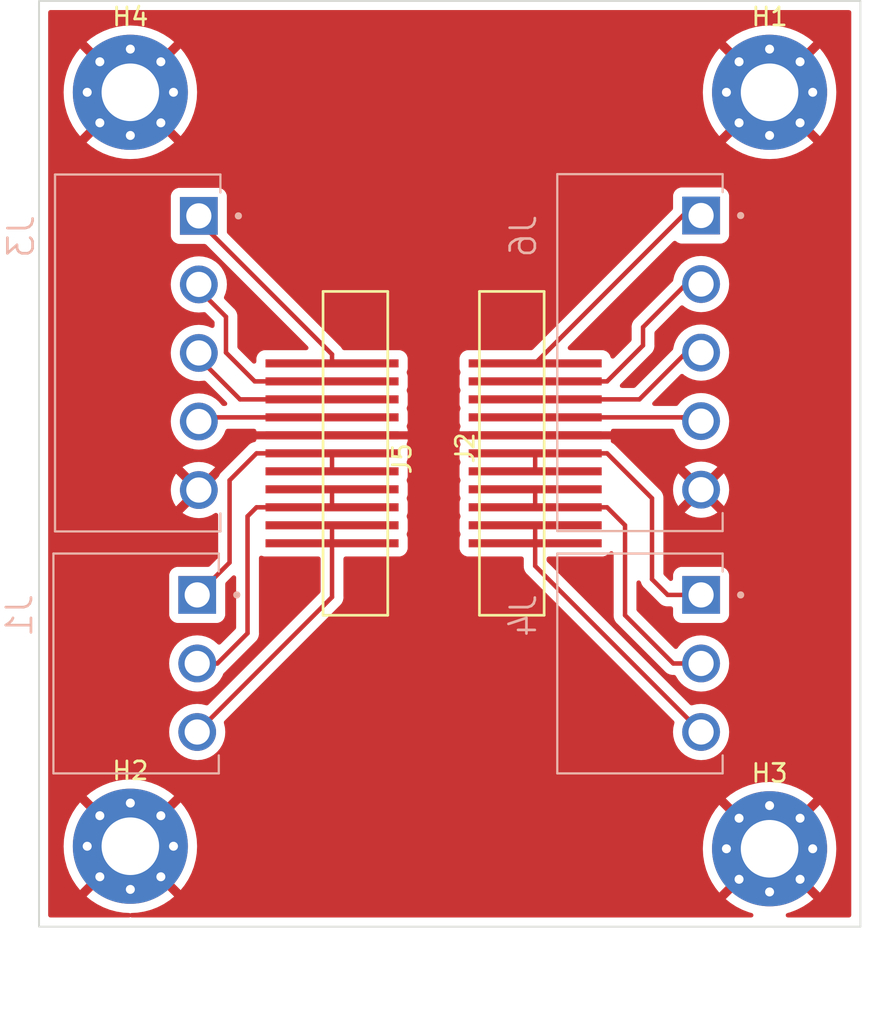
<source format=kicad_pcb>
(kicad_pcb (version 20211014) (generator pcbnew)
  (layers (0 "F.Cu" signal) (31 "B.Cu" signal) (34 "B.Paste" user) (35 "F.Paste" user) (36 "B.SilkS" user "B.Silkscreen") (37 "F.SilkS" user "F.Silkscreen") (38 "B.Mask" user) (39 "F.Mask" user) (44 "Edge.Cuts" user))
  (net 0 "")
  (net 1 "GND")
  (net 2 "Net-(J1-Pad1)")
  (net 3 "Net-(J1-Pad2)")
  (net 4 "Net-(J1-Pad3)")
  (net 5 "Net-(J2-Pad9)")
  (net 6 "Net-(J2-Pad10)")
  (net 7 "Net-(J2-Pad8)")
  (net 8 "Net-(J5-Pad6)")
  (net 9 "Net-(J5-Pad10)")
  (net 10 "Net-(J4-Pad2)")
  (net 11 "Net-(J6-Pad2)")
  (net 12 "Net-(J6-Pad3)")
  (net 13 "Net-(J6-Pad4)")
  (net 14 "Net-(J2-Pad11)")
  (net 15 "Net-(J5-Pad1)")
  (footprint "MountingHole:MountingHole_3.2mm_M3_Pad_Via" (layer "F.Cu") (at 157.48 116.84)
    (property "Reference" "H?")
    (property "Value" "MountingHole_Pad")
    (fp_text reference "H2" (at 0 -4.2) (layer "F.SilkS"))
    (fp_text value "MountingHole_Pad")
    (pad "1" thru_hole circle (at -1.697056 1.697056) (size 0.8 0.8) (drill 0.5) (layers *.Cu *.Mask) (net 1 "GND"))
    (pad "1" thru_hole circle (at 1.697056 1.697056) (size 0.8 0.8) (drill 0.5) (layers *.Cu *.Mask) (net 1 "GND"))
    (pad "1" thru_hole circle (at 0 -2.4) (size 0.8 0.8) (drill 0.5) (layers *.Cu *.Mask) (net 1 "GND"))
    (pad "1" thru_hole circle (at 2.4 0) (size 0.8 0.8) (drill 0.5) (layers *.Cu *.Mask) (net 1 "GND"))
    (pad "1" thru_hole circle (at 0 0) (size 6.4 6.4) (drill 3.2) (layers *.Cu *.Mask) (net 1 "GND"))
    (pad "1" thru_hole circle (at -1.697056 -1.697056) (size 0.8 0.8) (drill 0.5) (layers *.Cu *.Mask) (net 1 "GND"))
    (pad "1" thru_hole circle (at 1.697056 -1.697056) (size 0.8 0.8) (drill 0.5) (layers *.Cu *.Mask) (net 1 "GND"))
    (pad "1" thru_hole circle (at -2.4 0) (size 0.8 0.8) (drill 0.5) (layers *.Cu *.Mask) (net 1 "GND"))
    (pad "1" thru_hole circle (at 0 2.4) (size 0.8 0.8) (drill 0.5) (layers *.Cu *.Mask) (net 1 "GND"))
  )
  (footprint "MountingHole:MountingHole_3.2mm_M3_Pad_Via" (layer "F.Cu") (at 193.04 74.93)
    (fp_text reference "H1" (at 0 -4.2) (layer "F.SilkS"))
    (fp_text value "MountingHole_Pad")
    (pad "1" thru_hole circle (at 0 0) (size 6.4 6.4) (drill 3.2) (layers *.Cu *.Mask) (net 1 "GND"))
    (pad "1" thru_hole circle (at 1.697056 1.697056) (size 0.8 0.8) (drill 0.5) (layers *.Cu *.Mask) (net 1 "GND"))
    (pad "1" thru_hole circle (at 1.697056 -1.697056) (size 0.8 0.8) (drill 0.5) (layers *.Cu *.Mask) (net 1 "GND"))
    (pad "1" thru_hole circle (at -2.4 0) (size 0.8 0.8) (drill 0.5) (layers *.Cu *.Mask) (net 1 "GND"))
    (pad "1" thru_hole circle (at -1.697056 -1.697056) (size 0.8 0.8) (drill 0.5) (layers *.Cu *.Mask) (net 1 "GND"))
    (pad "1" thru_hole circle (at -1.697056 1.697056) (size 0.8 0.8) (drill 0.5) (layers *.Cu *.Mask) (net 1 "GND"))
    (pad "1" thru_hole circle (at 2.4 0) (size 0.8 0.8) (drill 0.5) (layers *.Cu *.Mask) (net 1 "GND"))
    (pad "1" thru_hole circle (at 0 -2.4) (size 0.8 0.8) (drill 0.5) (layers *.Cu *.Mask) (net 1 "GND"))
    (pad "1" thru_hole circle (at 0 2.4) (size 0.8 0.8) (drill 0.5) (layers *.Cu *.Mask) (net 1 "GND"))
  )
  (footprint "Conn moteur:Molex-52610-1133" (layer "F.Cu") (at 175 90 -90)
    (fp_text reference "J2" (at 4.7 -1.1 90) (layer "F.SilkS"))
    (fp_text value "Conn_01x11_Male")
    (fp_line (start -4 6.8) (end 14 6.8) (layer "F.SilkS") (width 0.15))
    (fp_line (start 14 3.2) (end -4 3.2) (layer "F.SilkS") (width 0.15))
    (fp_line (start 14 6.8) (end 14 3.2) (layer "F.SilkS") (width 0.15))
    (fp_line (start -4 3.2) (end -4 6.8) (layer "F.SilkS") (width 0.15))
    (pad "1" smd rect locked (at 10 6.3 270) (size 0.45 7.4) (layers "F.Cu" "F.Paste" "F.Mask") (net 4 "Net-(J1-Pad3)"))
    (pad "2" smd rect locked (at 9 6.3 270) (size 0.45 7.4) (layers "F.Cu" "F.Paste" "F.Mask") (net 4 "Net-(J1-Pad3)"))
    (pad "3" smd rect locked (at 8 6.3 270) (size 0.45 7.4) (layers "F.Cu" "F.Paste" "F.Mask") (net 3 "Net-(J1-Pad2)"))
    (pad "4" smd rect locked (at 7 6.3 270) (size 0.45 7.4) (layers "F.Cu" "F.Paste" "F.Mask") (net 3 "Net-(J1-Pad2)"))
    (pad "5" smd rect locked (at 6 6.3 270) (size 0.45 7.4) (layers "F.Cu" "F.Paste" "F.Mask") (net 2 "Net-(J1-Pad1)"))
    (pad "6" smd rect locked (at 5 6.3 270) (size 0.45 7.4) (layers "F.Cu" "F.Paste" "F.Mask") (net 2 "Net-(J1-Pad1)"))
    (pad "7" smd rect locked (at 4 6.3 270) (size 0.45 7.4) (layers "F.Cu" "F.Paste" "F.Mask") (net 1 "GND"))
    (pad "8" smd rect locked (at 3 6.3 270) (size 0.45 7.4) (layers "F.Cu" "F.Paste" "F.Mask") (net 7 "Net-(J2-Pad8)"))
    (pad "9" smd rect locked (at 2 6.3 270) (size 0.45 7.4) (layers "F.Cu" "F.Paste" "F.Mask") (net 5 "Net-(J2-Pad9)"))
    (pad "10" smd rect locked (at 1 6.3 270) (size 0.45 7.4) (layers "F.Cu" "F.Paste" "F.Mask") (net 6 "Net-(J2-Pad10)"))
    (pad "11" smd rect locked (at 0 6.3 270) (size 0.45 7.4) (layers "F.Cu" "F.Paste" "F.Mask") (net 14 "Net-(J2-Pad11)"))
  )
  (footprint "MountingHole:MountingHole_3.2mm_M3_Pad_Via" (layer "F.Cu") (at 157.48 74.93)
    (fp_text reference "H4" (at 0 -4.2) (layer "F.SilkS"))
    (fp_text value "MountingHole_Pad")
    (pad "1" thru_hole circle (at 0 2.4) (size 0.8 0.8) (drill 0.5) (layers *.Cu *.Mask) (net 1 "GND"))
    (pad "1" thru_hole circle (at 0 -2.4) (size 0.8 0.8) (drill 0.5) (layers *.Cu *.Mask) (net 1 "GND"))
    (pad "1" thru_hole circle (at -1.697056 -1.697056) (size 0.8 0.8) (drill 0.5) (layers *.Cu *.Mask) (net 1 "GND"))
    (pad "1" thru_hole circle (at 1.697056 -1.697056) (size 0.8 0.8) (drill 0.5) (layers *.Cu *.Mask) (net 1 "GND"))
    (pad "1" thru_hole circle (at -1.697056 1.697056) (size 0.8 0.8) (drill 0.5) (layers *.Cu *.Mask) (net 1 "GND"))
    (pad "1" thru_hole circle (at 0 0) (size 6.4 6.4) (drill 3.2) (layers *.Cu *.Mask) (net 1 "GND"))
    (pad "1" thru_hole circle (at -2.4 0) (size 0.8 0.8) (drill 0.5) (layers *.Cu *.Mask) (net 1 "GND"))
    (pad "1" thru_hole circle (at 1.697056 1.697056) (size 0.8 0.8) (drill 0.5) (layers *.Cu *.Mask) (net 1 "GND"))
    (pad "1" thru_hole circle (at 2.4 0) (size 0.8 0.8) (drill 0.5) (layers *.Cu *.Mask) (net 1 "GND"))
  )
  (footprint "Conn moteur:Molex-52610-1133" (layer "F.Cu") (at 173.7 100 90)
    (fp_text reference "J5" (at 4.7 -1.1 90) (layer "F.SilkS"))
    (fp_text value "Conn_01x11_Male")
    (fp_line (start -4 3.2) (end -4 6.8) (layer "F.SilkS") (width 0.15))
    (fp_line (start 14 6.8) (end 14 3.2) (layer "F.SilkS") (width 0.15))
    (fp_line (start 14 3.2) (end -4 3.2) (layer "F.SilkS") (width 0.15))
    (fp_line (start -4 6.8) (end 14 6.8) (layer "F.SilkS") (width 0.15))
    (pad "1" smd rect locked (at 10 6.3 90) (size 0.45 7.4) (layers "F.Cu" "F.Paste" "F.Mask") (net 15 "Net-(J5-Pad1)"))
    (pad "2" smd rect locked (at 9 6.3 90) (size 0.45 7.4) (layers "F.Cu" "F.Paste" "F.Mask") (net 11 "Net-(J6-Pad2)"))
    (pad "3" smd rect locked (at 8 6.3 90) (size 0.45 7.4) (layers "F.Cu" "F.Paste" "F.Mask") (net 12 "Net-(J6-Pad3)"))
    (pad "4" smd rect locked (at 7 6.3 90) (size 0.45 7.4) (layers "F.Cu" "F.Paste" "F.Mask") (net 13 "Net-(J6-Pad4)"))
    (pad "5" smd rect locked (at 6 6.3 90) (size 0.45 7.4) (layers "F.Cu" "F.Paste" "F.Mask") (net 1 "GND"))
    (pad "6" smd rect locked (at 5 6.3 90) (size 0.45 7.4) (layers "F.Cu" "F.Paste" "F.Mask") (net 8 "Net-(J5-Pad6)"))
    (pad "7" smd rect locked (at 4 6.3 90) (size 0.45 7.4) (layers "F.Cu" "F.Paste" "F.Mask") (net 8 "Net-(J5-Pad6)"))
    (pad "8" smd rect locked (at 3 6.3 90) (size 0.45 7.4) (layers "F.Cu" "F.Paste" "F.Mask") (net 10 "Net-(J4-Pad2)"))
    (pad "9" smd rect locked (at 2 6.3 90) (size 0.45 7.4) (layers "F.Cu" "F.Paste" "F.Mask") (net 10 "Net-(J4-Pad2)"))
    (pad "10" smd rect locked (at 1 6.3 90) (size 0.45 7.4) (layers "F.Cu" "F.Paste" "F.Mask") (net 9 "Net-(J5-Pad10)"))
    (pad "11" smd rect locked (at 0 6.3 90) (size 0.45 7.4) (layers "F.Cu" "F.Paste" "F.Mask") (net 9 "Net-(J5-Pad10)"))
  )
  (footprint "MountingHole:MountingHole_3.2mm_M3_Pad_Via" (layer "F.Cu") (at 193.04 116.98)
    (fp_text reference "H3" (at 0 -4.2) (layer "F.SilkS"))
    (fp_text value "MountingHole_Pad")
    (pad "1" thru_hole circle (at 0 2.4) (size 0.8 0.8) (drill 0.5) (layers *.Cu *.Mask) (net 1 "GND"))
    (pad "1" thru_hole circle (at -1.697056 1.697056) (size 0.8 0.8) (drill 0.5) (layers *.Cu *.Mask) (net 1 "GND"))
    (pad "1" thru_hole circle (at 1.697056 -1.697056) (size 0.8 0.8) (drill 0.5) (layers *.Cu *.Mask) (net 1 "GND"))
    (pad "1" thru_hole circle (at 0 -2.4) (size 0.8 0.8) (drill 0.5) (layers *.Cu *.Mask) (net 1 "GND"))
    (pad "1" thru_hole circle (at -2.4 0) (size 0.8 0.8) (drill 0.5) (layers *.Cu *.Mask) (net 1 "GND"))
    (pad "1" thru_hole circle (at 0 0) (size 6.4 6.4) (drill 3.2) (layers *.Cu *.Mask) (net 1 "GND"))
    (pad "1" thru_hole circle (at 1.697056 1.697056) (size 0.8 0.8) (drill 0.5) (layers *.Cu *.Mask) (net 1 "GND"))
    (pad "1" thru_hole circle (at 2.4 0) (size 0.8 0.8) (drill 0.5) (layers *.Cu *.Mask) (net 1 "GND"))
    (pad "1" thru_hole circle (at -1.697056 -1.697056) (size 0.8 0.8) (drill 0.5) (layers *.Cu *.Mask) (net 1 "GND"))
  )
  (footprint "Conn mot block:CUI_TBP02R1-381-03BE" (layer "B.Cu") (at 189.23 102.87 -90)
    (fp_text reference "J4" (at 1.145 9.889 90) (layer "B.SilkS") (effects (font (size 1.4 1.4)) (justify mirror)))
    (fp_text value "Conn_01x03_Male")
    (fp_line (start 9.92 8) (end 9.92 -1.2) (layer "B.SilkS") (width 0.127))
    (fp_line (start -2.3 -1.2) (end -2.3 8) (layer "B.SilkS") (width 0.127))
    (fp_line (start 9.92 -1.2) (end 8.92 -1.2) (layer "B.SilkS") (width 0.127))
    (fp_line (start -2.3 8) (end 9.92 8) (layer "B.SilkS") (width 0.127))
    (fp_line (start -2.3 -1.2) (end -1.3 -1.2) (layer "B.SilkS") (width 0.127))
    (fp_circle (center 0 -2.2) (end 0.1 -2.2) (layer "B.SilkS") (width 0.2) (fill none))
    (pad "1" thru_hole rect locked (at 0 0 270) (size 2.1 2.1) (drill 1.4) (layers *.Cu *.Mask) (net 8 "Net-(J5-Pad6)"))
    (pad "2" thru_hole circle locked (at 3.81 0 270) (size 2.1 2.1) (drill 1.4) (layers *.Cu *.Mask) (net 10 "Net-(J4-Pad2)"))
    (pad "3" thru_hole circle locked (at 7.62 0 270) (size 2.1 2.1) (drill 1.4) (layers *.Cu *.Mask) (net 9 "Net-(J5-Pad10)"))
  )
  (footprint "Conn mot block:CUI_TBP02R1-381-05BE" (layer "B.Cu") (at 189.23 81.78 -90)
    (fp_text reference "J6" (at 1.145 9.889 90) (layer "B.SilkS") (effects (font (size 1.4 1.4)) (justify mirror)))
    (fp_text value "Conn_01x05_Male")
    (fp_line (start -2.3 8) (end 17.54 8) (layer "B.SilkS") (width 0.127))
    (fp_line (start 17.54 -1.2) (end 16.54 -1.2) (layer "B.SilkS") (width 0.127))
    (fp_line (start -2.3 -1.2) (end -1.3 -1.2) (layer "B.SilkS") (width 0.127))
    (fp_line (start 17.54 8) (end 17.54 -1.2) (layer "B.SilkS") (width 0.127))
    (fp_line (start -2.3 -1.2) (end -2.3 8) (layer "B.SilkS") (width 0.127))
    (fp_circle (center 0 -2.2) (end 0.1 -2.2) (layer "B.SilkS") (width 0.2) (fill none))
    (pad "1" thru_hole rect locked (at 0 0 270) (size 2.1 2.1) (drill 1.4) (layers *.Cu *.Mask) (net 15 "Net-(J5-Pad1)"))
    (pad "2" thru_hole circle locked (at 3.81 0 270) (size 2.1 2.1) (drill 1.4) (layers *.Cu *.Mask) (net 11 "Net-(J6-Pad2)"))
    (pad "3" thru_hole circle locked (at 7.62 0 270) (size 2.1 2.1) (drill 1.4) (layers *.Cu *.Mask) (net 12 "Net-(J6-Pad3)"))
    (pad "4" thru_hole circle locked (at 11.43 0 270) (size 2.1 2.1) (drill 1.4) (layers *.Cu *.Mask) (net 13 "Net-(J6-Pad4)"))
    (pad "5" thru_hole circle locked (at 15.24 0 270) (size 2.1 2.1) (drill 1.4) (layers *.Cu *.Mask) (net 1 "GND"))
  )
  (footprint "Conn mot block:CUI_TBP02R1-381-03BE" (layer "B.Cu") (at 161.2 102.87 -90)
    (fp_text reference "J1" (at 1.145 9.889 90) (layer "B.SilkS") (effects (font (size 1.4 1.4)) (justify mirror)))
    (fp_text value "Conn_01x03_Male")
    (fp_line (start 9.92 -1.2) (end 8.92 -1.2) (layer "B.SilkS") (width 0.127))
    (fp_line (start 9.92 8) (end 9.92 -1.2) (layer "B.SilkS") (width 0.127))
    (fp_line (start -2.3 -1.2) (end -2.3 8) (layer "B.SilkS") (width 0.127))
    (fp_line (start -2.3 -1.2) (end -1.3 -1.2) (layer "B.SilkS") (width 0.127))
    (fp_line (start -2.3 8) (end 9.92 8) (layer "B.SilkS") (width 0.127))
    (fp_circle (center 0 -2.2) (end 0.1 -2.2) (layer "B.SilkS") (width 0.2) (fill none))
    (pad "1" thru_hole rect locked (at 0 0 270) (size 2.1 2.1) (drill 1.4) (layers *.Cu *.Mask) (net 2 "Net-(J1-Pad1)"))
    (pad "2" thru_hole circle locked (at 3.81 0 270) (size 2.1 2.1) (drill 1.4) (layers *.Cu *.Mask) (net 3 "Net-(J1-Pad2)"))
    (pad "3" thru_hole circle locked (at 7.62 0 270) (size 2.1 2.1) (drill 1.4) (layers *.Cu *.Mask) (net 4 "Net-(J1-Pad3)"))
  )
  (footprint "Conn mot block:CUI_TBP02R1-381-05BE" (layer "B.Cu") (at 161.29 81.8 -90)
    (fp_text reference "J3" (at 1.145 9.889 90) (layer "B.SilkS") (effects (font (size 1.4 1.4)) (justify mirror)))
    (fp_text value "Conn_01x05_Male")
    (fp_line (start -2.3 8) (end 17.54 8) (layer "B.SilkS") (width 0.127))
    (fp_line (start 17.54 8) (end 17.54 -1.2) (layer "B.SilkS") (width 0.127))
    (fp_line (start -2.3 -1.2) (end -1.3 -1.2) (layer "B.SilkS") (width 0.127))
    (fp_line (start 17.54 -1.2) (end 16.54 -1.2) (layer "B.SilkS") (width 0.127))
    (fp_line (start -2.3 -1.2) (end -2.3 8) (layer "B.SilkS") (width 0.127))
    (fp_circle (center 0 -2.2) (end 0.1 -2.2) (layer "B.SilkS") (width 0.2) (fill none))
    (pad "1" thru_hole rect locked (at 0 0 270) (size 2.1 2.1) (drill 1.4) (layers *.Cu *.Mask) (net 14 "Net-(J2-Pad11)"))
    (pad "2" thru_hole circle locked (at 3.81 0 270) (size 2.1 2.1) (drill 1.4) (layers *.Cu *.Mask) (net 6 "Net-(J2-Pad10)"))
    (pad "3" thru_hole circle locked (at 7.62 0 270) (size 2.1 2.1) (drill 1.4) (layers *.Cu *.Mask) (net 5 "Net-(J2-Pad9)"))
    (pad "4" thru_hole circle locked (at 11.43 0 270) (size 2.1 2.1) (drill 1.4) (layers *.Cu *.Mask) (net 7 "Net-(J2-Pad8)"))
    (pad "5" thru_hole circle locked (at 15.24 0 270) (size 2.1 2.1) (drill 1.4) (layers *.Cu *.Mask) (net 1 "GND"))
  )
  (gr_rect (start 152.4 69.85) (end 198.0946 121.31) (layer "Edge.Cuts") (width 0.1) (fill none))
  (segment (start 164.5 95) (end 163 96.5) (width 0.25) (layer "F.Cu") (net 2))
  (segment (start 163 96.5) (end 163 101.07) (width 0.25) (layer "F.Cu") (net 2))
  (segment (start 163 101.07) (end 161.2 102.87) (width 0.25) (layer "F.Cu") (net 2))
  (segment (start 168.7 95) (end 164.5 95) (width 0.25) (layer "F.Cu") (net 2))
  (segment (start 168.7 95) (end 168.7 96) (width 0.25) (layer "F.Cu") (net 2))
  (segment (start 164 105) (end 162.32 106.68) (width 0.25) (layer "F.Cu") (net 3))
  (segment (start 164.5 98) (end 164 98.5) (width 0.25) (layer "F.Cu") (net 3))
  (segment (start 168.7 98) (end 164.5 98) (width 0.25) (layer "F.Cu") (net 3))
  (segment (start 162.32 106.68) (end 161.2 106.68) (width 0.25) (layer "F.Cu") (net 3))
  (segment (start 168.7 97) (end 168.7 98) (width 0.25) (layer "F.Cu") (net 3))
  (segment (start 164 98.5) (end 164 105) (width 0.25) (layer "F.Cu") (net 3))
  (segment (start 168.7 99) (end 168.7 100) (width 0.25) (layer "F.Cu") (net 4))
  (segment (start 168.7 102.99) (end 161.2 110.49) (width 0.25) (layer "F.Cu") (net 4))
  (segment (start 168.7 100) (end 168.7 102.99) (width 0.25) (layer "F.Cu") (net 4))
  (segment (start 168.7 92) (end 163.58 92) (width 0.25) (layer "F.Cu") (net 5))
  (segment (start 163.58 92) (end 161 89.42) (width 0.25) (layer "F.Cu") (net 5))
  (segment (start 168.7 91) (end 164.4 91) (width 0.25) (layer "F.Cu") (net 6))
  (segment (start 162.8 87.41) (end 161 85.61) (width 0.25) (layer "F.Cu") (net 6))
  (segment (start 164.4 91) (end 162.8 89.4) (width 0.25) (layer "F.Cu") (net 6))
  (segment (start 162.8 89.4) (end 162.8 87.41) (width 0.25) (layer "F.Cu") (net 6))
  (segment (start 168.7 93) (end 161.23 93) (width 0.25) (layer "F.Cu") (net 7))
  (segment (start 161.23 93) (end 161 93.23) (width 0.25) (layer "F.Cu") (net 7))
  (segment (start 183.42 96) (end 180 96) (width 0.25) (layer "F.Cu") (net 8))
  (segment (start 180 95) (end 180 96) (width 0.25) (layer "F.Cu") (net 8))
  (segment (start 187.37 102.87) (end 189.23 102.87) (width 0.25) (layer "F.Cu") (net 8))
  (segment (start 186.5 97.5) (end 186.5 102) (width 0.25) (layer "F.Cu") (net 8))
  (segment (start 184 95) (end 186.5 97.5) (width 0.25) (layer "F.Cu") (net 8))
  (segment (start 180 95) (end 184 95) (width 0.25) (layer "F.Cu") (net 8))
  (segment (start 186.5 102) (end 187.37 102.87) (width 0.25) (layer "F.Cu") (net 8))
  (segment (start 180 101.26) (end 189.23 110.49) (width 0.25) (layer "F.Cu") (net 9))
  (segment (start 180 100) (end 180 101.26) (width 0.25) (layer "F.Cu") (net 9))
  (segment (start 180 100) (end 180 99) (width 0.25) (layer "F.Cu") (net 9))
  (segment (start 180 98) (end 184 98) (width 0.25) (layer "F.Cu") (net 10))
  (segment (start 185 99) (end 185 104) (width 0.25) (layer "F.Cu") (net 10))
  (segment (start 180 98) (end 180 97) (width 0.25) (layer "F.Cu") (net 10))
  (segment (start 187.68 106.68) (end 189.23 106.68) (width 0.25) (layer "F.Cu") (net 10))
  (segment (start 185 104) (end 187.68 106.68) (width 0.25) (layer "F.Cu") (net 10))
  (segment (start 184 98) (end 185 99) (width 0.25) (layer "F.Cu") (net 10))
  (segment (start 184 91) (end 186 89) (width 0.25) (layer "F.Cu") (net 11))
  (segment (start 180 91) (end 184 91) (width 0.25) (layer "F.Cu") (net 11))
  (segment (start 186 87.99) (end 188.4 85.59) (width 0.25) (layer "F.Cu") (net 11))
  (segment (start 186 89) (end 186 87.99) (width 0.25) (layer "F.Cu") (net 11))
  (segment (start 180 92) (end 185.8 92) (width 0.25) (layer "F.Cu") (net 12))
  (segment (start 185.8 92) (end 188.4 89.4) (width 0.25) (layer "F.Cu") (net 12))
  (segment (start 188.19 93) (end 188.4 93.21) (width 0.25) (layer "F.Cu") (net 13))
  (segment (start 180 93) (end 188.19 93) (width 0.25) (layer "F.Cu") (net 13))
  (segment (start 168.7 89.5) (end 161 81.8) (width 0.25) (layer "F.Cu") (net 14))
  (segment (start 168.7 90) (end 168.7 89.5) (width 0.25) (layer "F.Cu") (net 14))
  (segment (start 180 90) (end 188.22 81.78) (width 0.25) (layer "F.Cu") (net 15))
  (segment (start 188.22 81.78) (end 188.4 81.78) (width 0.25) (layer "F.Cu") (net 15))
  (zone (net 1) (net_name "GND") (layer "F.Cu") (connect_pads (clearance 0.508)) (min_thickness 0.254) (fill yes (thermal_gap 0.508) (thermal_bridge_width 0.508))
    (polygon (pts (xy 198.12 121.285) (xy 152.4 121.285) (xy 152.4 69.85) (xy 198.12 69.85)))
  )
)
</source>
